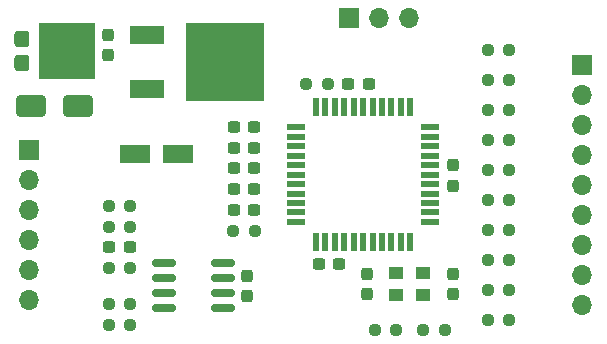
<source format=gbr>
%TF.GenerationSoftware,KiCad,Pcbnew,8.0.6*%
%TF.CreationDate,2025-03-17T21:12:52+03:00*%
%TF.ProjectId,ECU_SW_Control,4543555f-5357-45f4-936f-6e74726f6c2e,v1*%
%TF.SameCoordinates,Original*%
%TF.FileFunction,Soldermask,Top*%
%TF.FilePolarity,Negative*%
%FSLAX46Y46*%
G04 Gerber Fmt 4.6, Leading zero omitted, Abs format (unit mm)*
G04 Created by KiCad (PCBNEW 8.0.6) date 2025-03-17 21:12:52*
%MOMM*%
%LPD*%
G01*
G04 APERTURE LIST*
G04 Aperture macros list*
%AMRoundRect*
0 Rectangle with rounded corners*
0 $1 Rounding radius*
0 $2 $3 $4 $5 $6 $7 $8 $9 X,Y pos of 4 corners*
0 Add a 4 corners polygon primitive as box body*
4,1,4,$2,$3,$4,$5,$6,$7,$8,$9,$2,$3,0*
0 Add four circle primitives for the rounded corners*
1,1,$1+$1,$2,$3*
1,1,$1+$1,$4,$5*
1,1,$1+$1,$6,$7*
1,1,$1+$1,$8,$9*
0 Add four rect primitives between the rounded corners*
20,1,$1+$1,$2,$3,$4,$5,0*
20,1,$1+$1,$4,$5,$6,$7,0*
20,1,$1+$1,$6,$7,$8,$9,0*
20,1,$1+$1,$8,$9,$2,$3,0*%
G04 Aperture macros list end*
%ADD10RoundRect,0.237500X0.250000X0.237500X-0.250000X0.237500X-0.250000X-0.237500X0.250000X-0.237500X0*%
%ADD11RoundRect,0.237500X-0.237500X0.300000X-0.237500X-0.300000X0.237500X-0.300000X0.237500X0.300000X0*%
%ADD12RoundRect,0.150000X0.825000X0.150000X-0.825000X0.150000X-0.825000X-0.150000X0.825000X-0.150000X0*%
%ADD13RoundRect,0.237500X-0.250000X-0.237500X0.250000X-0.237500X0.250000X0.237500X-0.250000X0.237500X0*%
%ADD14R,1.700000X1.700000*%
%ADD15O,1.700000X1.700000*%
%ADD16RoundRect,0.237500X0.300000X0.237500X-0.300000X0.237500X-0.300000X-0.237500X0.300000X-0.237500X0*%
%ADD17RoundRect,0.250000X-1.050000X-0.550000X1.050000X-0.550000X1.050000X0.550000X-1.050000X0.550000X0*%
%ADD18R,3.000000X1.600000*%
%ADD19R,6.700000X6.700000*%
%ADD20RoundRect,0.237500X-0.300000X-0.237500X0.300000X-0.237500X0.300000X0.237500X-0.300000X0.237500X0*%
%ADD21RoundRect,0.250000X-1.000000X-0.650000X1.000000X-0.650000X1.000000X0.650000X-1.000000X0.650000X0*%
%ADD22R,0.550000X1.500000*%
%ADD23R,1.500000X0.550000*%
%ADD24RoundRect,0.237500X0.237500X-0.300000X0.237500X0.300000X-0.237500X0.300000X-0.237500X-0.300000X0*%
%ADD25RoundRect,0.317500X0.317500X-0.382500X0.317500X0.382500X-0.317500X0.382500X-0.317500X-0.382500X0*%
%ADD26R,4.720000X4.800000*%
%ADD27R,1.300000X1.050000*%
G04 APERTURE END LIST*
D10*
%TO.C,R18*%
X150289900Y-125171200D03*
X148464900Y-125171200D03*
%TD*%
%TO.C,R9*%
X182370100Y-133070600D03*
X180545100Y-133070600D03*
%TD*%
D11*
%TO.C,C10*%
X177622200Y-119965300D03*
X177622200Y-121690300D03*
%TD*%
D10*
%TO.C,R1*%
X150280500Y-133477000D03*
X148455500Y-133477000D03*
%TD*%
D12*
%TO.C,U2*%
X158089600Y-132080000D03*
X158089600Y-130810000D03*
X158089600Y-129540000D03*
X158089600Y-128270000D03*
X153139600Y-128270000D03*
X153139600Y-129540000D03*
X153139600Y-130810000D03*
X153139600Y-132080000D03*
%TD*%
D13*
%TO.C,R16*%
X180545100Y-120370600D03*
X182370100Y-120370600D03*
%TD*%
%TO.C,R15*%
X180545100Y-130530600D03*
X182370100Y-130530600D03*
%TD*%
D14*
%TO.C,J2*%
X188544200Y-111455200D03*
D15*
X188544200Y-113995200D03*
X188544200Y-116535200D03*
X188544200Y-119075200D03*
X188544200Y-121615200D03*
X188544200Y-124155200D03*
X188544200Y-126695200D03*
X188544200Y-129235200D03*
X188544200Y-131775200D03*
%TD*%
D16*
%TO.C,C12*%
X160784500Y-116738400D03*
X159059500Y-116738400D03*
%TD*%
D10*
%TO.C,R5*%
X172789200Y-133934200D03*
X170964200Y-133934200D03*
%TD*%
D11*
%TO.C,C5*%
X170281600Y-129160100D03*
X170281600Y-130885100D03*
%TD*%
D14*
%TO.C,J3*%
X168798000Y-107492800D03*
D15*
X171338000Y-107492800D03*
X173878000Y-107492800D03*
%TD*%
D11*
%TO.C,C3*%
X160197800Y-129312500D03*
X160197800Y-131037500D03*
%TD*%
D13*
%TO.C,R17*%
X180545100Y-117830600D03*
X182370100Y-117830600D03*
%TD*%
D17*
%TO.C,C2*%
X150713800Y-119049800D03*
X154313800Y-119049800D03*
%TD*%
D18*
%TO.C,U1*%
X151688800Y-108935000D03*
D19*
X158338800Y-111235000D03*
D18*
X151688800Y-113535000D03*
%TD*%
D13*
%TO.C,R13*%
X180545100Y-115290600D03*
X182370100Y-115290600D03*
%TD*%
%TO.C,R3*%
X148455500Y-128676400D03*
X150280500Y-128676400D03*
%TD*%
D16*
%TO.C,C9*%
X160784500Y-121996200D03*
X159059500Y-121996200D03*
%TD*%
D13*
%TO.C,R12*%
X180545100Y-112750600D03*
X182370100Y-112750600D03*
%TD*%
%TO.C,R14*%
X180545100Y-125450600D03*
X182370100Y-125450600D03*
%TD*%
D10*
%TO.C,R8*%
X182370100Y-127990600D03*
X180545100Y-127990600D03*
%TD*%
D16*
%TO.C,C11*%
X167993400Y-128346200D03*
X166268400Y-128346200D03*
%TD*%
D10*
%TO.C,R6*%
X167005000Y-113106200D03*
X165180000Y-113106200D03*
%TD*%
D16*
%TO.C,C7*%
X160784500Y-118491000D03*
X159059500Y-118491000D03*
%TD*%
%TO.C,C14*%
X160784500Y-123748800D03*
X159059500Y-123748800D03*
%TD*%
D14*
%TO.C,J1*%
X141706600Y-118719600D03*
D15*
X141706600Y-121259600D03*
X141706600Y-123799600D03*
X141706600Y-126339600D03*
X141706600Y-128879600D03*
X141706600Y-131419600D03*
%TD*%
D10*
%TO.C,R4*%
X176914200Y-133934200D03*
X175089200Y-133934200D03*
%TD*%
D20*
%TO.C,C4*%
X148505500Y-126923800D03*
X150230500Y-126923800D03*
%TD*%
D13*
%TO.C,R19*%
X148464900Y-123418600D03*
X150289900Y-123418600D03*
%TD*%
D10*
%TO.C,R10*%
X182370100Y-122910600D03*
X180545100Y-122910600D03*
%TD*%
D13*
%TO.C,R11*%
X180545100Y-110210600D03*
X182370100Y-110210600D03*
%TD*%
D21*
%TO.C,D1*%
X141895800Y-114935000D03*
X145895800Y-114935000D03*
%TD*%
D16*
%TO.C,C8*%
X160784500Y-120243600D03*
X159059500Y-120243600D03*
%TD*%
D22*
%TO.C,IC1*%
X173989000Y-115066600D03*
X173189000Y-115066600D03*
X172389000Y-115066600D03*
X171589000Y-115066600D03*
X170789000Y-115066600D03*
X169989000Y-115066600D03*
X169189000Y-115066600D03*
X168389000Y-115066600D03*
X167589000Y-115066600D03*
X166789000Y-115066600D03*
X165989000Y-115066600D03*
D23*
X164289000Y-116766600D03*
X164289000Y-117566600D03*
X164289000Y-118366600D03*
X164289000Y-119166600D03*
X164289000Y-119966600D03*
X164289000Y-120766600D03*
X164289000Y-121566600D03*
X164289000Y-122366600D03*
X164289000Y-123166600D03*
X164289000Y-123966600D03*
X164289000Y-124766600D03*
D22*
X165989000Y-126466600D03*
X166789000Y-126466600D03*
X167589000Y-126466600D03*
X168389000Y-126466600D03*
X169189000Y-126466600D03*
X169989000Y-126466600D03*
X170789000Y-126466600D03*
X171589000Y-126466600D03*
X172389000Y-126466600D03*
X173189000Y-126466600D03*
X173989000Y-126466600D03*
D23*
X175689000Y-124766600D03*
X175689000Y-123966600D03*
X175689000Y-123166600D03*
X175689000Y-122366600D03*
X175689000Y-121566600D03*
X175689000Y-120766600D03*
X175689000Y-119966600D03*
X175689000Y-119166600D03*
X175689000Y-118366600D03*
X175689000Y-117566600D03*
X175689000Y-116766600D03*
%TD*%
D24*
%TO.C,C6*%
X177596800Y-130885100D03*
X177596800Y-129160100D03*
%TD*%
D10*
%TO.C,R7*%
X160834500Y-125501400D03*
X159009500Y-125501400D03*
%TD*%
D25*
%TO.C,D2*%
X141108300Y-111325000D03*
X141108300Y-109245000D03*
D26*
X144913300Y-110285000D03*
%TD*%
D10*
%TO.C,R2*%
X150280500Y-131724400D03*
X148455500Y-131724400D03*
%TD*%
D27*
%TO.C,Q1*%
X172782200Y-130937000D03*
X175082200Y-130937000D03*
X175082200Y-129087000D03*
X172782200Y-129087000D03*
%TD*%
D11*
%TO.C,C1*%
X148361400Y-108935000D03*
X148361400Y-110660000D03*
%TD*%
D20*
%TO.C,C13*%
X168736900Y-113106200D03*
X170461900Y-113106200D03*
%TD*%
M02*

</source>
